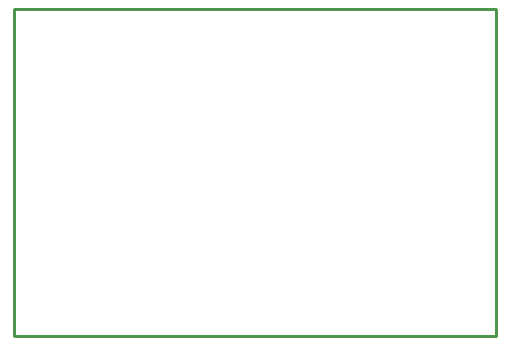
<source format=gko>
G04 Layer: BoardOutlineLayer*
G04 EasyEDA v6.5.44, 2024-07-21 16:24:13*
G04 9c1bdb26fcb24e138229f6b6421db46a,10*
G04 Gerber Generator version 0.2*
G04 Scale: 100 percent, Rotated: No, Reflected: No *
G04 Dimensions in millimeters *
G04 leading zeros omitted , absolute positions ,4 integer and 5 decimal *
%FSLAX45Y45*%
%MOMM*%

%ADD10C,0.2540*%
D10*
X700023Y5999987D02*
G01*
X700023Y6184900D01*
X4787900Y6184900D01*
X4787900Y3416300D01*
X700023Y3416300D01*
X700023Y5999987D01*

%LPD*%
M02*

</source>
